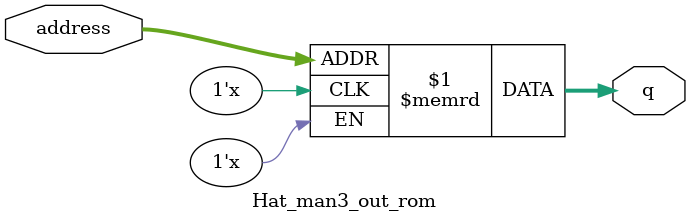
<source format=sv>
module Hat_man3_out_rom (
	input logic [12:0] address,
	output logic [3:0] q
);

logic [3:0] memory [0:4899] /* synthesis ram_init_file = "./Hat_man3_out/Hat_man3_out.mif" */;

assign q = memory[address];

endmodule

</source>
